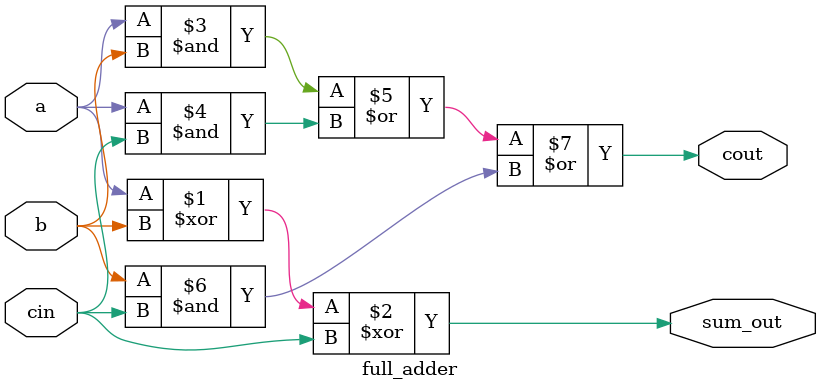
<source format=v>
module Adder_8(
    input [3:0] A,
    input [3:0] B,
    output [4:0] sum
);

    // Internal wires for carry chain between full adders
    wire [3:0] carry;

    // Instantiate 1-bit full adders for each bit position (0 to 3)
    // The carry-out of each stage becomes the carry-in of the next stage.

    // fa0: Adds bits 0 of A and B with carry-in 0 (for LSB)
    full_adder fa0 (
        .a       (A[0]),
        .b       (B[0]),
        .cin     (1'b0),     // Carry-in for the least significant bit is 0
        .sum_out (sum[0]),
        .cout    (carry[0])
    );

    // fa1: Adds bits 1 of A and B with carry from previous stage (carry[0])
    full_adder fa1 (
        .a       (A[1]),
        .b       (B[1]),
        .cin     (carry[0]), // Carry-in from bit 0 stage
        .sum_out (sum[1]),
        .cout    (carry[1])
    );

    // fa2: Adds bits 2 of A and B with carry from previous stage (carry[1])
    full_adder fa2 (
        .a       (A[2]),
        .b       (B[2]),
        .cin     (carry[1]), // Carry-in from bit 1 stage
        .sum_out (sum[2]),
        .cout    (carry[2])
    );

    // fa3: Adds bits 3 of A and B with carry from previous stage (carry[2])
    full_adder fa3 (
        .a       (A[3]),
        .b       (B[3]),
        .cin     (carry[2]), // Carry-in from bit 2 stage
        .sum_out (sum[3]),
        .cout    (carry[3])
    );

    // The final carry-out from the most significant bit stage (bit 3)
    // becomes the most significant bit of the 5-bit sum.
    assign sum[4] = carry[3];

endmodule

// 1-bit Full Adder module
// Adds three 1-bit inputs (a, b, cin) and produces a 1-bit sum (sum_out)
// and a 1-bit carry-out (cout).
module full_adder(
    input  a,
    input  b,
    input  cin,
    output sum_out,
    output cout
);

    // Combinational logic for sum and carry-out
    // Sum is the XOR of the three inputs
    assign sum_out = a ^ b ^ cin;

    // Carry-out is 1 if any two or all three inputs are 1
    // Using sum-of-products form for carry-out
    assign cout    = (a & b) | (a & cin) | (b & cin);

endmodule
</source>
